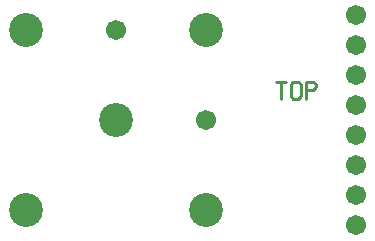
<source format=gtl>
%MOIN*%
%FSLAX25Y25*%
G04 D10 used for Character Trace; *
G04     Circle (OD=.01000) (No hole)*
G04 D11 used for Power Trace; *
G04     Circle (OD=.06700) (No hole)*
G04 D12 used for Signal Trace; *
G04     Circle (OD=.01100) (No hole)*
G04 D13 used for Via; *
G04     Circle (OD=.05800) (Round. Hole ID=.02800)*
G04 D14 used for Component hole; *
G04     Circle (OD=.06500) (Round. Hole ID=.03500)*
G04 D15 used for Component hole; *
G04     Circle (OD=.06700) (Round. Hole ID=.04300)*
G04 D16 used for Component hole; *
G04     Circle (OD=.08100) (Round. Hole ID=.05100)*
G04 D17 used for Component hole; *
G04     Circle (OD=.08900) (Round. Hole ID=.05900)*
G04 D18 used for Component hole; *
G04     Circle (OD=.11300) (Round. Hole ID=.08300)*
G04 D19 used for Component hole; *
G04     Circle (OD=.16000) (Round. Hole ID=.13000)*
G04 D20 used for Component hole; *
G04     Circle (OD=.18300) (Round. Hole ID=.15300)*
G04 D21 used for Component hole; *
G04     Circle (OD=.22291) (Round. Hole ID=.19291)*
%ADD10C,.01000*%
%ADD11C,.06700*%
%ADD12C,.01100*%
%ADD13C,.05800*%
%ADD14C,.06500*%
%ADD15C,.06700*%
%ADD16C,.08100*%
%ADD17C,.08900*%
%ADD18C,.11300*%
%ADD19C,.16000*%
%ADD20C,.18300*%
%ADD21C,.22291*%
%IPPOS*%
%LPD*%
G90*X0Y0D02*D18*X10000Y15000D03*X40000Y45000D03*  
X70000Y15000D03*D15*Y45000D03*D18*Y75000D03*D15*  
X40000D03*D18*X10000D03*D10*X95000Y52129D02*      
Y57871D01*X93326D02*X96674D01*X101674Y53086D02*   
X100837Y52129D01*X99163D01*X98326Y53086D01*       
Y56914D01*X99163Y57871D01*X100837D01*             
X101674Y56914D01*Y53086D01*X103326Y52129D02*      
Y57871D01*X105837D01*X106674Y56914D01*Y55957D01*  
X105837Y55000D01*X103326D01*D15*X120000Y10000D03* 
Y20000D03*Y30000D03*Y40000D03*Y50000D03*Y60000D03*
Y70000D03*Y80000D03*M02*                          

</source>
